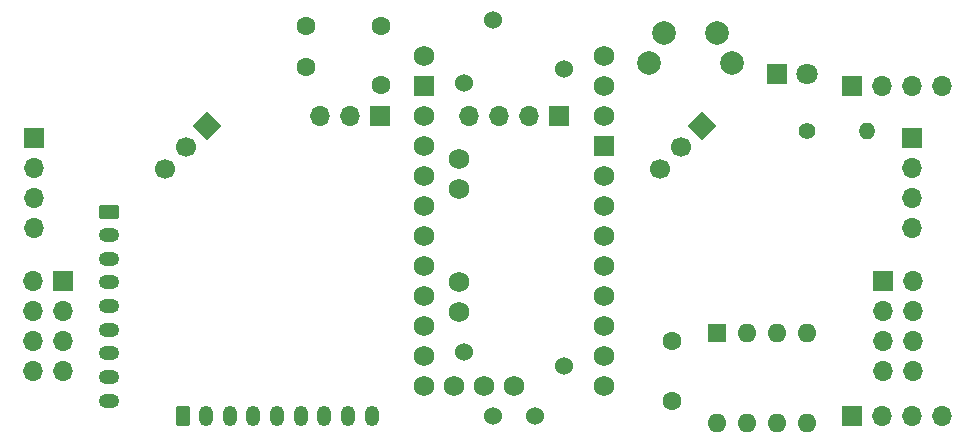
<source format=gbr>
%TF.GenerationSoftware,KiCad,Pcbnew,7.0.5*%
%TF.CreationDate,2023-08-30T18:26:20+02:00*%
%TF.ProjectId,Angle&Ana,416e676c-6526-4416-9e61-2e6b69636164,1.0*%
%TF.SameCoordinates,Original*%
%TF.FileFunction,Soldermask,Bot*%
%TF.FilePolarity,Negative*%
%FSLAX46Y46*%
G04 Gerber Fmt 4.6, Leading zero omitted, Abs format (unit mm)*
G04 Created by KiCad (PCBNEW 7.0.5) date 2023-08-30 18:26:20*
%MOMM*%
%LPD*%
G01*
G04 APERTURE LIST*
G04 Aperture macros list*
%AMRoundRect*
0 Rectangle with rounded corners*
0 $1 Rounding radius*
0 $2 $3 $4 $5 $6 $7 $8 $9 X,Y pos of 4 corners*
0 Add a 4 corners polygon primitive as box body*
4,1,4,$2,$3,$4,$5,$6,$7,$8,$9,$2,$3,0*
0 Add four circle primitives for the rounded corners*
1,1,$1+$1,$2,$3*
1,1,$1+$1,$4,$5*
1,1,$1+$1,$6,$7*
1,1,$1+$1,$8,$9*
0 Add four rect primitives between the rounded corners*
20,1,$1+$1,$2,$3,$4,$5,0*
20,1,$1+$1,$4,$5,$6,$7,0*
20,1,$1+$1,$6,$7,$8,$9,0*
20,1,$1+$1,$8,$9,$2,$3,0*%
%AMHorizOval*
0 Thick line with rounded ends*
0 $1 width*
0 $2 $3 position (X,Y) of the first rounded end (center of the circle)*
0 $4 $5 position (X,Y) of the second rounded end (center of the circle)*
0 Add line between two ends*
20,1,$1,$2,$3,$4,$5,0*
0 Add two circle primitives to create the rounded ends*
1,1,$1,$2,$3*
1,1,$1,$4,$5*%
%AMRotRect*
0 Rectangle, with rotation*
0 The origin of the aperture is its center*
0 $1 length*
0 $2 width*
0 $3 Rotation angle, in degrees counterclockwise*
0 Add horizontal line*
21,1,$1,$2,0,0,$3*%
G04 Aperture macros list end*
%ADD10HorizOval,1.700000X0.000000X0.000000X0.000000X0.000000X0*%
%ADD11RotRect,1.700000X1.700000X315.000000*%
%ADD12C,1.524000*%
%ADD13O,1.700000X1.700000*%
%ADD14R,1.700000X1.700000*%
%ADD15C,1.600000*%
%ADD16O,1.600000X1.600000*%
%ADD17R,1.600000X1.600000*%
%ADD18O,1.200000X1.750000*%
%ADD19RoundRect,0.250000X-0.350000X-0.625000X0.350000X-0.625000X0.350000X0.625000X-0.350000X0.625000X0*%
%ADD20O,1.750000X1.200000*%
%ADD21RoundRect,0.250000X-0.625000X0.350000X-0.625000X-0.350000X0.625000X-0.350000X0.625000X0.350000X0*%
%ADD22C,1.800000*%
%ADD23R,1.800000X1.800000*%
%ADD24C,2.000000*%
%ADD25C,1.727200*%
%ADD26R,1.727200X1.727200*%
%ADD27O,1.400000X1.400000*%
%ADD28C,1.400000*%
G04 APERTURE END LIST*
D10*
%TO.C,U2*%
X52338954Y20903943D03*
X54135005Y22699995D03*
D11*
X55931057Y24496046D03*
%TD*%
D10*
%TO.C,U4*%
X10430454Y20903943D03*
X12226505Y22699995D03*
D11*
X14022557Y24496046D03*
%TD*%
D12*
%TO.C,RV1*%
X44255000Y29350000D03*
X44255000Y4150000D03*
X35755000Y28150000D03*
X35755000Y5350000D03*
X38255000Y33500000D03*
X41755000Y0D03*
X38255000Y0D03*
%TD*%
D13*
%TO.C,J7*%
X-700000Y3810000D03*
X1840000Y3810000D03*
X-700000Y6350000D03*
X1840000Y6350000D03*
X-700000Y8890000D03*
X1840000Y8890000D03*
X-700000Y11430000D03*
D14*
X1840000Y11430000D03*
%TD*%
D15*
%TO.C,C2*%
X53340000Y6270000D03*
X53340000Y1270000D03*
%TD*%
%TO.C,C3*%
X28702000Y27980000D03*
X28702000Y32980000D03*
%TD*%
D16*
%TO.C,U1*%
X57150000Y-635000D03*
X59690000Y-635000D03*
X62230000Y-635000D03*
X64770000Y-635000D03*
X64770000Y6985000D03*
X62230000Y6985000D03*
X59690000Y6985000D03*
D17*
X57150000Y6985000D03*
%TD*%
D18*
%TO.C,J10*%
X27940000Y0D03*
X25940000Y0D03*
X23940000Y0D03*
X21940000Y0D03*
X19940000Y0D03*
X17940000Y0D03*
X15940000Y0D03*
X13940000Y0D03*
D19*
X11940000Y0D03*
%TD*%
D13*
%TO.C,SW2*%
X23607000Y25400000D03*
X26147000Y25400000D03*
D14*
X28687000Y25400000D03*
%TD*%
D13*
%TO.C,J3*%
X76200000Y27940000D03*
X73660000Y27940000D03*
X71120000Y27940000D03*
D14*
X68580000Y27940000D03*
%TD*%
D15*
%TO.C,C1*%
X22352000Y29492000D03*
X22352000Y32992000D03*
%TD*%
D20*
%TO.C,J9*%
X5715000Y1270000D03*
X5715000Y3270000D03*
X5715000Y5270000D03*
X5715000Y7270000D03*
X5715000Y9270000D03*
X5715000Y11270000D03*
X5715000Y13270000D03*
X5715000Y15270000D03*
D21*
X5715000Y17270000D03*
%TD*%
D13*
%TO.C,J6*%
X73750000Y3810000D03*
X71210000Y3810000D03*
X73750000Y6350000D03*
X71210000Y6350000D03*
X73750000Y8890000D03*
X71210000Y8890000D03*
X73750000Y11430000D03*
D14*
X71210000Y11430000D03*
%TD*%
D22*
%TO.C,D1*%
X64790000Y28925000D03*
D23*
X62250000Y28925000D03*
%TD*%
D24*
%TO.C,SW1*%
X51420000Y29845000D03*
X58420000Y29845000D03*
X52670000Y32345000D03*
X57170000Y32345000D03*
%TD*%
D25*
%TO.C,U3*%
X32385000Y22860000D03*
X32385000Y25400000D03*
X47625000Y25400000D03*
X32385000Y30480000D03*
D26*
X32385000Y27940000D03*
D25*
X40005000Y2540000D03*
D26*
X47625000Y22860000D03*
D25*
X32385000Y10160000D03*
X32385000Y7620000D03*
X32385000Y5080000D03*
X32385000Y2540000D03*
X47625000Y2540000D03*
X47625000Y5080000D03*
X47625000Y7620000D03*
X47625000Y10160000D03*
X47625000Y12700000D03*
X47625000Y15240000D03*
X47625000Y17780000D03*
X47625000Y20320000D03*
X47625000Y30480000D03*
X47625000Y27940000D03*
X34925000Y2540000D03*
X35310900Y11296000D03*
X35310900Y8755400D03*
X37465000Y2540000D03*
X35310900Y21709400D03*
X35310900Y19169400D03*
X32385000Y20320000D03*
X32385000Y17780000D03*
X32385000Y15240000D03*
X32385000Y12700000D03*
%TD*%
D13*
%TO.C,J1*%
X36195000Y25400000D03*
X38735000Y25400000D03*
X41275000Y25400000D03*
D14*
X43815000Y25400000D03*
%TD*%
D13*
%TO.C,J5*%
X73660000Y15875000D03*
X73660000Y18415000D03*
X73660000Y20955000D03*
D14*
X73660000Y23495000D03*
%TD*%
D27*
%TO.C,R1*%
X69850000Y24130000D03*
D28*
X64770000Y24130000D03*
%TD*%
D13*
%TO.C,J4*%
X-635000Y15875000D03*
X-635000Y18415000D03*
X-635000Y20955000D03*
D14*
X-635000Y23495000D03*
%TD*%
D13*
%TO.C,J2*%
X76200000Y0D03*
X73660000Y0D03*
X71120000Y0D03*
D14*
X68580000Y0D03*
%TD*%
M02*

</source>
